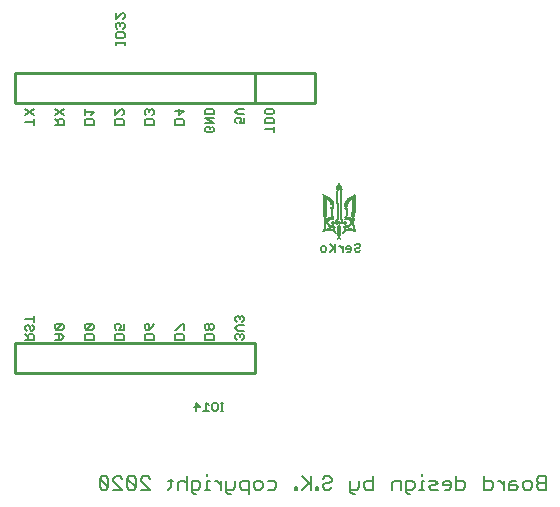
<source format=gbr>
G04 EAGLE Gerber RS-274X export*
G75*
%MOMM*%
%FSLAX34Y34*%
%LPD*%
%INSilkscreen Bottom*%
%IPPOS*%
%AMOC8*
5,1,8,0,0,1.08239X$1,22.5*%
G01*
%ADD10C,0.127000*%
%ADD11C,0.254000*%
%ADD12C,0.152400*%
%ADD13R,0.030600X0.015309*%
%ADD14R,0.015300X0.015309*%
%ADD15R,0.061200X0.015300*%
%ADD16R,0.045900X0.015300*%
%ADD17R,0.061200X0.015309*%
%ADD18R,0.076500X0.015309*%
%ADD19R,0.091800X0.015300*%
%ADD20R,0.244900X0.015309*%
%ADD21R,0.229600X0.015313*%
%ADD22R,0.214300X0.015300*%
%ADD23R,0.214300X0.015309*%
%ADD24R,0.045900X0.015309*%
%ADD25R,0.122500X0.015300*%
%ADD26R,0.168400X0.015309*%
%ADD27R,0.260200X0.015309*%
%ADD28R,0.275500X0.015300*%
%ADD29R,0.306100X0.015309*%
%ADD30R,0.306100X0.015300*%
%ADD31R,0.321400X0.015313*%
%ADD32R,0.336700X0.015309*%
%ADD33R,0.336700X0.015300*%
%ADD34R,0.199000X0.015300*%
%ADD35R,0.091800X0.015309*%
%ADD36R,0.091900X0.015309*%
%ADD37R,0.137700X0.015300*%
%ADD38R,0.137800X0.015300*%
%ADD39R,0.153000X0.015309*%
%ADD40R,0.168300X0.015300*%
%ADD41R,0.290800X0.015300*%
%ADD42R,0.183600X0.015309*%
%ADD43R,0.290800X0.015309*%
%ADD44R,0.198900X0.015309*%
%ADD45R,0.229600X0.015300*%
%ADD46R,0.214200X0.015300*%
%ADD47R,0.214200X0.015313*%
%ADD48R,0.199000X0.015309*%
%ADD49R,0.107100X0.015309*%
%ADD50R,0.183700X0.015309*%
%ADD51R,0.168400X0.015300*%
%ADD52R,0.229600X0.015309*%
%ADD53R,0.979600X0.015300*%
%ADD54R,0.964300X0.015313*%
%ADD55R,0.949000X0.015300*%
%ADD56R,0.949000X0.015309*%
%ADD57R,0.933700X0.015309*%
%ADD58R,0.933700X0.015300*%
%ADD59R,0.367300X0.015300*%
%ADD60R,0.382600X0.015309*%
%ADD61R,0.918400X0.015300*%
%ADD62R,0.382600X0.015300*%
%ADD63R,0.918400X0.015309*%
%ADD64R,0.933700X0.015313*%
%ADD65R,0.382600X0.015313*%
%ADD66R,0.918400X0.015313*%
%ADD67R,0.719400X0.015300*%
%ADD68R,0.183700X0.015300*%
%ADD69R,0.734700X0.015300*%
%ADD70R,0.352100X0.015309*%
%ADD71R,0.382700X0.015309*%
%ADD72R,0.153000X0.015300*%
%ADD73R,0.107200X0.015309*%
%ADD74R,0.183700X0.015313*%
%ADD75R,0.336700X0.015313*%
%ADD76R,0.367400X0.015300*%
%ADD77R,0.413300X0.015309*%
%ADD78R,0.413200X0.015309*%
%ADD79R,0.459200X0.015300*%
%ADD80R,0.489800X0.015309*%
%ADD81R,0.474500X0.015309*%
%ADD82R,0.505100X0.015300*%
%ADD83R,0.505100X0.015309*%
%ADD84R,0.520400X0.015309*%
%ADD85R,0.505100X0.015313*%
%ADD86R,0.061200X0.015313*%
%ADD87R,0.168400X0.015313*%
%ADD88R,0.198900X0.015300*%
%ADD89R,0.199000X0.015313*%
%ADD90R,0.122500X0.015309*%
%ADD91R,0.688800X0.015300*%
%ADD92R,0.153100X0.015300*%
%ADD93R,0.704100X0.015309*%
%ADD94R,0.734700X0.015309*%
%ADD95R,1.025500X0.015300*%
%ADD96R,1.346900X0.015313*%
%ADD97R,0.398000X0.015300*%
%ADD98R,1.346900X0.015300*%
%ADD99R,0.382700X0.015300*%
%ADD100R,0.398000X0.015309*%
%ADD101R,1.346900X0.015309*%
%ADD102R,0.244900X0.015300*%
%ADD103R,0.688800X0.015309*%
%ADD104R,0.107200X0.015300*%
%ADD105R,0.398000X0.015313*%
%ADD106R,0.030600X0.015313*%
%ADD107R,0.382700X0.015313*%
%ADD108R,0.413300X0.015300*%
%ADD109R,0.030600X0.015300*%
%ADD110R,0.015300X0.015300*%
%ADD111R,0.061300X0.015309*%
%ADD112R,0.428600X0.015300*%
%ADD113R,0.076600X0.015300*%
%ADD114R,0.443900X0.015309*%
%ADD115R,0.428600X0.015309*%
%ADD116R,0.443900X0.015313*%
%ADD117R,0.107200X0.015313*%
%ADD118R,0.091800X0.015313*%
%ADD119R,0.107100X0.015300*%
%ADD120R,0.122400X0.015309*%
%ADD121R,0.489800X0.015300*%
%ADD122R,0.122400X0.015300*%
%ADD123R,0.137700X0.015309*%
%ADD124R,0.551000X0.015309*%
%ADD125R,0.535800X0.015309*%
%ADD126R,0.581700X0.015300*%
%ADD127R,0.061300X0.015300*%
%ADD128R,0.811300X0.015309*%
%ADD129R,0.826600X0.015309*%
%ADD130R,0.811300X0.015313*%
%ADD131R,0.137700X0.015313*%
%ADD132R,0.122400X0.015313*%
%ADD133R,0.826600X0.015313*%
%ADD134R,0.826600X0.015300*%
%ADD135R,0.566400X0.015300*%
%ADD136R,0.551100X0.015309*%
%ADD137R,0.520500X0.015309*%
%ADD138R,0.459200X0.015309*%
%ADD139R,0.443900X0.015300*%
%ADD140R,0.244900X0.015313*%
%ADD141R,0.153000X0.015313*%
%ADD142R,0.214300X0.015313*%
%ADD143R,0.137800X0.015313*%
%ADD144R,0.260200X0.015300*%
%ADD145R,0.168300X0.015309*%
%ADD146R,0.260200X0.015313*%
%ADD147R,0.183600X0.015313*%
%ADD148R,0.168300X0.015313*%
%ADD149R,0.183600X0.015300*%
%ADD150R,0.275500X0.015309*%
%ADD151R,0.275500X0.015313*%
%ADD152R,0.290800X0.015313*%
%ADD153R,0.214200X0.015309*%
%ADD154R,0.229500X0.015309*%
%ADD155R,0.229500X0.015300*%
%ADD156R,0.306100X0.015313*%
%ADD157R,0.275600X0.015309*%
%ADD158R,0.260300X0.015300*%
%ADD159R,0.260300X0.015309*%
%ADD160R,0.275600X0.015300*%
%ADD161R,0.198900X0.015313*%
%ADD162R,0.290900X0.015309*%
%ADD163R,0.321400X0.015300*%
%ADD164R,0.321400X0.015309*%
%ADD165R,0.352000X0.015300*%
%ADD166R,0.352000X0.015309*%
%ADD167R,0.367400X0.015313*%
%ADD168R,0.673500X0.015300*%
%ADD169R,0.658200X0.015309*%
%ADD170R,0.642900X0.015309*%
%ADD171R,0.627600X0.015300*%
%ADD172R,0.612300X0.015300*%
%ADD173R,0.596900X0.015309*%
%ADD174R,0.597000X0.015309*%
%ADD175R,0.581600X0.015300*%
%ADD176R,0.566300X0.015300*%
%ADD177R,0.566300X0.015313*%
%ADD178R,0.551000X0.015313*%
%ADD179R,0.535700X0.015309*%
%ADD180R,0.352100X0.015300*%
%ADD181R,0.153100X0.015309*%
%ADD182R,0.107100X0.015313*%
%ADD183R,0.260300X0.015313*%
%ADD184R,0.551100X0.015300*%
%ADD185R,0.551100X0.015313*%
%ADD186R,0.535800X0.015300*%
%ADD187R,0.443800X0.015300*%
%ADD188R,0.428500X0.015313*%
%ADD189R,0.397900X0.015300*%
%ADD190R,0.367300X0.015309*%
%ADD191R,0.076600X0.015313*%


D10*
X24257Y132245D02*
X31121Y132245D01*
X31121Y135677D01*
X29977Y136821D01*
X27689Y136821D01*
X26545Y135677D01*
X26545Y132245D01*
X26545Y134533D02*
X24257Y136821D01*
X31121Y143161D02*
X29977Y144305D01*
X31121Y143161D02*
X31121Y140873D01*
X29977Y139729D01*
X28833Y139729D01*
X27689Y140873D01*
X27689Y143161D01*
X26545Y144305D01*
X25401Y144305D01*
X24257Y143161D01*
X24257Y140873D01*
X25401Y139729D01*
X24257Y149501D02*
X31121Y149501D01*
X31121Y147213D02*
X31121Y151789D01*
X99695Y132245D02*
X107322Y132245D01*
X99695Y132245D02*
X99695Y136058D01*
X100966Y137329D01*
X106050Y137329D01*
X107322Y136058D01*
X107322Y132245D01*
X107322Y140431D02*
X107322Y145515D01*
X107322Y140431D02*
X103508Y140431D01*
X104779Y142973D01*
X104779Y144244D01*
X103508Y145515D01*
X100966Y145515D01*
X99695Y144244D01*
X99695Y141702D01*
X100966Y140431D01*
X125095Y132245D02*
X132722Y132245D01*
X125095Y132245D02*
X125095Y136058D01*
X126366Y137329D01*
X131450Y137329D01*
X132722Y136058D01*
X132722Y132245D01*
X131450Y142973D02*
X132722Y145515D01*
X131450Y142973D02*
X128908Y140431D01*
X126366Y140431D01*
X125095Y141702D01*
X125095Y144244D01*
X126366Y145515D01*
X127637Y145515D01*
X128908Y144244D01*
X128908Y140431D01*
X53979Y132245D02*
X48895Y132245D01*
X53979Y132245D02*
X56522Y134787D01*
X53979Y137329D01*
X48895Y137329D01*
X52708Y137329D02*
X52708Y132245D01*
X50166Y140431D02*
X55250Y140431D01*
X56522Y141702D01*
X56522Y144244D01*
X55250Y145515D01*
X50166Y145515D01*
X48895Y144244D01*
X48895Y141702D01*
X50166Y140431D01*
X55250Y145515D01*
X207777Y132245D02*
X208921Y133389D01*
X208921Y135677D01*
X207777Y136821D01*
X206633Y136821D01*
X205489Y135677D01*
X205489Y134533D01*
X205489Y135677D02*
X204345Y136821D01*
X203201Y136821D01*
X202057Y135677D01*
X202057Y133389D01*
X203201Y132245D01*
X204345Y139729D02*
X208921Y139729D01*
X204345Y139729D02*
X202057Y142017D01*
X204345Y144305D01*
X208921Y144305D01*
X207777Y147213D02*
X208921Y148357D01*
X208921Y150645D01*
X207777Y151789D01*
X206633Y151789D01*
X205489Y150645D01*
X205489Y149501D01*
X205489Y150645D02*
X204345Y151789D01*
X203201Y151789D01*
X202057Y150645D01*
X202057Y148357D01*
X203201Y147213D01*
X183522Y132245D02*
X175895Y132245D01*
X175895Y136058D01*
X177166Y137329D01*
X182250Y137329D01*
X183522Y136058D01*
X183522Y132245D01*
X182250Y140431D02*
X183522Y141702D01*
X183522Y144244D01*
X182250Y145515D01*
X180979Y145515D01*
X179708Y144244D01*
X178437Y145515D01*
X177166Y145515D01*
X175895Y144244D01*
X175895Y141702D01*
X177166Y140431D01*
X178437Y140431D01*
X179708Y141702D01*
X180979Y140431D01*
X182250Y140431D01*
X179708Y141702D02*
X179708Y144244D01*
X158122Y132245D02*
X150495Y132245D01*
X150495Y136058D01*
X151766Y137329D01*
X156850Y137329D01*
X158122Y136058D01*
X158122Y132245D01*
X158122Y140431D02*
X158122Y145515D01*
X156850Y145515D01*
X151766Y140431D01*
X150495Y140431D01*
X81922Y132245D02*
X74295Y132245D01*
X74295Y136058D01*
X75566Y137329D01*
X80650Y137329D01*
X81922Y136058D01*
X81922Y132245D01*
X80650Y140431D02*
X75566Y140431D01*
X80650Y140431D02*
X81922Y141702D01*
X81922Y144244D01*
X80650Y145515D01*
X75566Y145515D01*
X74295Y144244D01*
X74295Y141702D01*
X75566Y140431D01*
X80650Y145515D01*
X150495Y313993D02*
X158122Y313993D01*
X150495Y313993D02*
X150495Y317807D01*
X151766Y319078D01*
X156850Y319078D01*
X158122Y317807D01*
X158122Y313993D01*
X158122Y325992D02*
X150495Y325992D01*
X154308Y322179D02*
X158122Y325992D01*
X154308Y327264D02*
X154308Y322179D01*
X107322Y313993D02*
X99695Y313993D01*
X99695Y317807D01*
X100966Y319078D01*
X106050Y319078D01*
X107322Y317807D01*
X107322Y313993D01*
X99695Y322179D02*
X99695Y327264D01*
X104779Y327264D02*
X99695Y322179D01*
X104779Y327264D02*
X106050Y327264D01*
X107322Y325992D01*
X107322Y323450D01*
X106050Y322179D01*
X81922Y313993D02*
X74295Y313993D01*
X74295Y317807D01*
X75566Y319078D01*
X80650Y319078D01*
X81922Y317807D01*
X81922Y313993D01*
X79379Y322179D02*
X81922Y324721D01*
X74295Y324721D01*
X74295Y322179D02*
X74295Y327264D01*
X56522Y313993D02*
X48895Y313993D01*
X56522Y313993D02*
X56522Y317807D01*
X55250Y319078D01*
X52708Y319078D01*
X51437Y317807D01*
X51437Y313993D01*
X51437Y316536D02*
X48895Y319078D01*
X48895Y327264D02*
X56522Y322179D01*
X56522Y327264D02*
X48895Y322179D01*
X31122Y316536D02*
X23495Y316536D01*
X31122Y313993D02*
X31122Y319078D01*
X31122Y322179D02*
X23495Y327264D01*
X23495Y322179D02*
X31122Y327264D01*
X125095Y313993D02*
X132722Y313993D01*
X125095Y313993D02*
X125095Y317807D01*
X126366Y319078D01*
X131450Y319078D01*
X132722Y317807D01*
X132722Y313993D01*
X131450Y322179D02*
X132722Y323450D01*
X132722Y325992D01*
X131450Y327264D01*
X130179Y327264D01*
X128908Y325992D01*
X128908Y324721D01*
X128908Y325992D02*
X127637Y327264D01*
X126366Y327264D01*
X125095Y325992D01*
X125095Y323450D01*
X126366Y322179D01*
X182377Y312488D02*
X183521Y311344D01*
X183521Y309057D01*
X182377Y307913D01*
X177801Y307913D01*
X176657Y309057D01*
X176657Y311344D01*
X177801Y312488D01*
X180089Y312488D01*
X180089Y310200D01*
X176657Y315397D02*
X183521Y315397D01*
X176657Y319973D01*
X183521Y319973D01*
X183521Y322881D02*
X176657Y322881D01*
X176657Y326313D01*
X177801Y327457D01*
X182377Y327457D01*
X183521Y326313D01*
X183521Y322881D01*
X208921Y319973D02*
X208921Y315397D01*
X205489Y315397D01*
X206633Y317685D01*
X206633Y318829D01*
X205489Y319973D01*
X203201Y319973D01*
X202057Y318829D01*
X202057Y316541D01*
X203201Y315397D01*
X204345Y322881D02*
X208921Y322881D01*
X204345Y322881D02*
X202057Y325169D01*
X204345Y327457D01*
X208921Y327457D01*
D11*
X15240Y129070D02*
X15240Y103670D01*
X15240Y129070D02*
X218440Y129070D01*
X218440Y103670D01*
X15240Y103670D01*
X15240Y332270D02*
X15240Y357670D01*
X218440Y357670D01*
X269240Y357670D01*
X269240Y332270D01*
X218440Y332270D01*
X15240Y332270D01*
D12*
X464740Y16348D02*
X464740Y5162D01*
X464740Y16348D02*
X459147Y16348D01*
X457283Y14483D01*
X457283Y12619D01*
X459147Y10755D01*
X457283Y8891D01*
X457283Y7026D01*
X459147Y5162D01*
X464740Y5162D01*
X464740Y10755D02*
X459147Y10755D01*
X451182Y5162D02*
X447453Y5162D01*
X445589Y7026D01*
X445589Y10755D01*
X447453Y12619D01*
X451182Y12619D01*
X453046Y10755D01*
X453046Y7026D01*
X451182Y5162D01*
X439488Y12619D02*
X435759Y12619D01*
X433895Y10755D01*
X433895Y5162D01*
X439488Y5162D01*
X441352Y7026D01*
X439488Y8891D01*
X433895Y8891D01*
X429658Y12619D02*
X429658Y5162D01*
X429658Y8891D02*
X425930Y12619D01*
X424065Y12619D01*
X412456Y16348D02*
X412456Y5162D01*
X418049Y5162D01*
X419913Y7026D01*
X419913Y10755D01*
X418049Y12619D01*
X412456Y12619D01*
X389068Y16348D02*
X389068Y5162D01*
X394661Y5162D01*
X396525Y7026D01*
X396525Y10755D01*
X394661Y12619D01*
X389068Y12619D01*
X382967Y5162D02*
X379238Y5162D01*
X382967Y5162D02*
X384831Y7026D01*
X384831Y10755D01*
X382967Y12619D01*
X379238Y12619D01*
X377374Y10755D01*
X377374Y8891D01*
X384831Y8891D01*
X373137Y5162D02*
X367544Y5162D01*
X365680Y7026D01*
X367544Y8891D01*
X371273Y8891D01*
X373137Y10755D01*
X371273Y12619D01*
X365680Y12619D01*
X361443Y12619D02*
X359579Y12619D01*
X359579Y5162D01*
X361443Y5162D02*
X357715Y5162D01*
X359579Y16348D02*
X359579Y18212D01*
X349919Y1434D02*
X348054Y1434D01*
X346190Y3298D01*
X346190Y12619D01*
X351783Y12619D01*
X353647Y10755D01*
X353647Y7026D01*
X351783Y5162D01*
X346190Y5162D01*
X341953Y5162D02*
X341953Y12619D01*
X336361Y12619D01*
X334496Y10755D01*
X334496Y5162D01*
X318565Y5162D02*
X318565Y16348D01*
X318565Y5162D02*
X312973Y5162D01*
X311108Y7026D01*
X311108Y10755D01*
X312973Y12619D01*
X318565Y12619D01*
X306871Y12619D02*
X306871Y7026D01*
X305007Y5162D01*
X299414Y5162D01*
X299414Y3298D02*
X299414Y12619D01*
X299414Y3298D02*
X301279Y1434D01*
X303143Y1434D01*
X277891Y16348D02*
X276026Y14483D01*
X277891Y16348D02*
X281619Y16348D01*
X283483Y14483D01*
X283483Y12619D01*
X281619Y10755D01*
X277891Y10755D01*
X276026Y8891D01*
X276026Y7026D01*
X277891Y5162D01*
X281619Y5162D01*
X283483Y7026D01*
X271789Y7026D02*
X271789Y5162D01*
X271789Y7026D02*
X269925Y7026D01*
X269925Y5162D01*
X271789Y5162D01*
X265942Y5162D02*
X265942Y16348D01*
X265942Y8891D02*
X258485Y16348D01*
X264078Y10755D02*
X258485Y5162D01*
X254249Y5162D02*
X254249Y7026D01*
X252384Y7026D01*
X252384Y5162D01*
X254249Y5162D01*
X234843Y12619D02*
X229251Y12619D01*
X234843Y12619D02*
X236708Y10755D01*
X236708Y7026D01*
X234843Y5162D01*
X229251Y5162D01*
X223149Y5162D02*
X219421Y5162D01*
X217557Y7026D01*
X217557Y10755D01*
X219421Y12619D01*
X223149Y12619D01*
X225014Y10755D01*
X225014Y7026D01*
X223149Y5162D01*
X213320Y1434D02*
X213320Y12619D01*
X207727Y12619D01*
X205863Y10755D01*
X205863Y7026D01*
X207727Y5162D01*
X213320Y5162D01*
X201626Y7026D02*
X201626Y12619D01*
X201626Y7026D02*
X199761Y5162D01*
X194169Y5162D01*
X194169Y3298D02*
X194169Y12619D01*
X194169Y3298D02*
X196033Y1434D01*
X197897Y1434D01*
X189932Y5162D02*
X189932Y12619D01*
X189932Y8891D02*
X186203Y12619D01*
X184339Y12619D01*
X180187Y12619D02*
X178322Y12619D01*
X178322Y5162D01*
X176458Y5162D02*
X180187Y5162D01*
X178322Y16348D02*
X178322Y18212D01*
X168662Y1434D02*
X166798Y1434D01*
X164934Y3298D01*
X164934Y12619D01*
X170527Y12619D01*
X172391Y10755D01*
X172391Y7026D01*
X170527Y5162D01*
X164934Y5162D01*
X160697Y5162D02*
X160697Y16348D01*
X158833Y12619D02*
X160697Y10755D01*
X158833Y12619D02*
X155104Y12619D01*
X153240Y10755D01*
X153240Y5162D01*
X147139Y7026D02*
X147139Y14483D01*
X147139Y7026D02*
X145274Y5162D01*
X145274Y12619D02*
X149003Y12619D01*
X129513Y5162D02*
X122056Y5162D01*
X129513Y5162D02*
X122056Y12619D01*
X122056Y14483D01*
X123920Y16348D01*
X127649Y16348D01*
X129513Y14483D01*
X117819Y14483D02*
X117819Y7026D01*
X117819Y14483D02*
X115955Y16348D01*
X112226Y16348D01*
X110362Y14483D01*
X110362Y7026D01*
X112226Y5162D01*
X115955Y5162D01*
X117819Y7026D01*
X110362Y14483D01*
X106125Y5162D02*
X98668Y5162D01*
X106125Y5162D02*
X98668Y12619D01*
X98668Y14483D01*
X100532Y16348D01*
X104261Y16348D01*
X106125Y14483D01*
X94431Y14483D02*
X94431Y7026D01*
X94431Y14483D02*
X92567Y16348D01*
X88838Y16348D01*
X86974Y14483D01*
X86974Y7026D01*
X88838Y5162D01*
X92567Y5162D01*
X94431Y7026D01*
X86974Y14483D01*
D11*
X218440Y332270D02*
X218440Y357670D01*
D10*
X227457Y310200D02*
X234321Y310200D01*
X234321Y307913D02*
X234321Y312488D01*
X234321Y315397D02*
X227457Y315397D01*
X227457Y318829D01*
X228601Y319973D01*
X233177Y319973D01*
X234321Y318829D01*
X234321Y315397D01*
X234321Y324025D02*
X234321Y326313D01*
X234321Y324025D02*
X233177Y322881D01*
X228601Y322881D01*
X227457Y324025D01*
X227457Y326313D01*
X228601Y327457D01*
X233177Y327457D01*
X234321Y326313D01*
X100485Y381905D02*
X100485Y384447D01*
X100485Y383176D02*
X108112Y383176D01*
X108112Y381905D02*
X108112Y384447D01*
X108112Y388633D02*
X108112Y391175D01*
X108112Y388633D02*
X106840Y387362D01*
X101756Y387362D01*
X100485Y388633D01*
X100485Y391175D01*
X101756Y392447D01*
X106840Y392447D01*
X108112Y391175D01*
X106840Y395548D02*
X108112Y396819D01*
X108112Y399361D01*
X106840Y400632D01*
X105569Y400632D01*
X104298Y399361D01*
X104298Y398090D01*
X104298Y399361D02*
X103027Y400632D01*
X101756Y400632D01*
X100485Y399361D01*
X100485Y396819D01*
X101756Y395548D01*
X100485Y403734D02*
X100485Y408818D01*
X100485Y403734D02*
X105569Y408818D01*
X106840Y408818D01*
X108112Y407547D01*
X108112Y405005D01*
X106840Y403734D01*
X189589Y71957D02*
X191877Y71957D01*
X190733Y71957D02*
X190733Y78821D01*
X191877Y78821D02*
X189589Y78821D01*
X185744Y78821D02*
X183456Y78821D01*
X185744Y78821D02*
X186887Y77677D01*
X186887Y73101D01*
X185744Y71957D01*
X183456Y71957D01*
X182312Y73101D01*
X182312Y77677D01*
X183456Y78821D01*
X179403Y76533D02*
X177115Y78821D01*
X177115Y71957D01*
X179403Y71957D02*
X174827Y71957D01*
X168487Y71957D02*
X168487Y78821D01*
X171919Y75389D01*
X167343Y75389D01*
X303133Y212377D02*
X304277Y213521D01*
X306564Y213521D01*
X307708Y212377D01*
X307708Y211233D01*
X306564Y210089D01*
X304277Y210089D01*
X303133Y208945D01*
X303133Y207801D01*
X304277Y206657D01*
X306564Y206657D01*
X307708Y207801D01*
X299080Y206657D02*
X296792Y206657D01*
X299080Y206657D02*
X300224Y207801D01*
X300224Y210089D01*
X299080Y211233D01*
X296792Y211233D01*
X295648Y210089D01*
X295648Y208945D01*
X300224Y208945D01*
X292740Y206657D02*
X292740Y211233D01*
X292740Y208945D02*
X290452Y211233D01*
X289308Y211233D01*
X286503Y213521D02*
X286503Y206657D01*
X286503Y208945D02*
X281927Y213521D01*
X285359Y210089D02*
X281927Y206657D01*
X277875Y206657D02*
X275587Y206657D01*
X274443Y207801D01*
X274443Y210089D01*
X275587Y211233D01*
X277875Y211233D01*
X279019Y210089D01*
X279019Y207801D01*
X277875Y206657D01*
D13*
X291254Y216818D03*
D14*
X288729Y216818D03*
D13*
X291254Y216971D03*
X288805Y216971D03*
D15*
X291101Y217125D03*
D16*
X288882Y217125D03*
D17*
X290948Y217278D03*
D18*
X289035Y217278D03*
D19*
X290795Y217431D03*
X289264Y217431D03*
D20*
X290030Y217584D03*
D21*
X289953Y217737D03*
D22*
X290030Y217890D03*
D23*
X290030Y218043D03*
D22*
X290030Y218196D03*
D17*
X290642Y218349D03*
D24*
X289341Y218349D03*
D25*
X290030Y219114D03*
D26*
X289953Y219267D03*
D22*
X290030Y219420D03*
D20*
X290030Y219573D03*
D27*
X289953Y219727D03*
D28*
X290030Y219880D03*
D29*
X290030Y220033D03*
D30*
X290030Y220186D03*
D31*
X289953Y220339D03*
D32*
X290030Y220492D03*
D33*
X290030Y220645D03*
D32*
X290030Y220798D03*
X290030Y220951D03*
D33*
X290030Y221104D03*
D29*
X290030Y221257D03*
D34*
X289953Y221410D03*
D35*
X293091Y221716D03*
D36*
X286969Y221716D03*
D37*
X293321Y221869D03*
D38*
X286739Y221869D03*
D39*
X293397Y222022D03*
X286509Y222022D03*
D40*
X293627Y222176D03*
D41*
X289953Y222176D03*
D40*
X286433Y222176D03*
D42*
X293703Y222329D03*
D43*
X289953Y222329D03*
D42*
X286356Y222329D03*
D44*
X293780Y222482D03*
D29*
X290030Y222482D03*
D44*
X286280Y222482D03*
D22*
X293857Y222635D03*
D45*
X289953Y222635D03*
D46*
X286203Y222635D03*
D21*
X293933Y222788D03*
D47*
X286050Y222788D03*
D22*
X294010Y222941D03*
D46*
X285897Y222941D03*
D24*
X303882Y223094D03*
D48*
X294239Y223094D03*
X285667Y223094D03*
D24*
X276025Y223094D03*
D49*
X303576Y223247D03*
D50*
X294469Y223247D03*
X285591Y223247D03*
D35*
X276407Y223247D03*
D40*
X303270Y223400D03*
D51*
X294698Y223400D03*
D33*
X290030Y223400D03*
D51*
X285361Y223400D03*
X276790Y223400D03*
D52*
X302810Y223553D03*
D26*
X294851Y223553D03*
D32*
X290030Y223553D03*
D50*
X285132Y223553D03*
D20*
X277173Y223553D03*
D32*
X302275Y223706D03*
D52*
X295157Y223706D03*
D32*
X290030Y223706D03*
D48*
X284902Y223706D03*
D32*
X277785Y223706D03*
D53*
X299060Y223859D03*
D33*
X290030Y223859D03*
D53*
X280999Y223859D03*
D54*
X298984Y224012D03*
X280923Y224012D03*
D55*
X299060Y224165D03*
X280999Y224165D03*
D56*
X299060Y224318D03*
X280999Y224318D03*
D57*
X298984Y224471D03*
D43*
X289953Y224471D03*
D56*
X280999Y224471D03*
D58*
X298984Y224625D03*
D59*
X290030Y224625D03*
D58*
X281076Y224625D03*
D57*
X298984Y224778D03*
D60*
X289953Y224778D03*
D57*
X281076Y224778D03*
D61*
X298907Y224931D03*
D62*
X289953Y224931D03*
D58*
X281076Y224931D03*
D63*
X298907Y225084D03*
D60*
X289953Y225084D03*
D57*
X281076Y225084D03*
D64*
X298831Y225237D03*
D65*
X289953Y225237D03*
D66*
X281152Y225237D03*
D67*
X299902Y225390D03*
D68*
X295081Y225390D03*
D41*
X289953Y225390D03*
D51*
X284902Y225390D03*
D69*
X280234Y225390D03*
D50*
X302581Y225543D03*
D70*
X298831Y225543D03*
D26*
X295004Y225543D03*
X285055Y225543D03*
D71*
X281076Y225543D03*
D50*
X277479Y225543D03*
D51*
X302504Y225696D03*
D37*
X298831Y225696D03*
D51*
X295004Y225696D03*
X285055Y225696D03*
D72*
X281152Y225696D03*
D68*
X277479Y225696D03*
D26*
X302504Y225849D03*
D50*
X294928Y225849D03*
D26*
X285055Y225849D03*
D50*
X277479Y225849D03*
X302428Y226002D03*
X294928Y226002D03*
D73*
X289800Y226002D03*
D50*
X285132Y226002D03*
X277632Y226002D03*
D68*
X302428Y226155D03*
D34*
X294851Y226155D03*
D33*
X290030Y226155D03*
D68*
X285132Y226155D03*
X277632Y226155D03*
D50*
X302428Y226308D03*
D48*
X294851Y226308D03*
D32*
X290030Y226308D03*
D23*
X285132Y226308D03*
D50*
X277632Y226308D03*
D74*
X302275Y226461D03*
D31*
X295310Y226461D03*
D75*
X290030Y226461D03*
D31*
X284749Y226461D03*
D74*
X277632Y226461D03*
D68*
X302275Y226614D03*
D76*
X295540Y226614D03*
D33*
X290030Y226614D03*
D59*
X284520Y226614D03*
D68*
X277632Y226614D03*
D50*
X302275Y226767D03*
D77*
X295617Y226767D03*
D78*
X284443Y226767D03*
D26*
X277708Y226767D03*
D68*
X302275Y226920D03*
D79*
X295693Y226920D03*
X284213Y226920D03*
D68*
X277785Y226920D03*
D50*
X302275Y227073D03*
D80*
X295846Y227073D03*
D81*
X284137Y227073D03*
D50*
X277785Y227073D03*
X302275Y227227D03*
D80*
X295999Y227227D03*
D27*
X289953Y227227D03*
D80*
X283907Y227227D03*
D50*
X277785Y227227D03*
D68*
X302122Y227380D03*
D82*
X296229Y227380D03*
D41*
X289953Y227380D03*
D82*
X283831Y227380D03*
D68*
X277785Y227380D03*
D50*
X302122Y227533D03*
D83*
X296382Y227533D03*
D43*
X289953Y227533D03*
D84*
X283601Y227533D03*
D50*
X277785Y227533D03*
D68*
X302122Y227686D03*
D82*
X296535Y227686D03*
D41*
X289953Y227686D03*
D82*
X283372Y227686D03*
D68*
X277785Y227686D03*
D74*
X302122Y227839D03*
D85*
X296688Y227839D03*
D86*
X290336Y227839D03*
X289417Y227839D03*
D85*
X283219Y227839D03*
D87*
X277861Y227839D03*
D50*
X302122Y227992D03*
D80*
X296917Y227992D03*
D83*
X283066Y227992D03*
D50*
X277938Y227992D03*
D68*
X302122Y228145D03*
D41*
X298065Y228145D03*
D30*
X281918Y228145D03*
D68*
X277938Y228145D03*
D50*
X302122Y228298D03*
D27*
X298371Y228298D03*
X281688Y228298D03*
D50*
X277938Y228298D03*
X302122Y228451D03*
D20*
X298602Y228451D03*
D23*
X290030Y228451D03*
D20*
X281459Y228451D03*
D50*
X277938Y228451D03*
D68*
X302122Y228604D03*
D45*
X298831Y228604D03*
D22*
X290030Y228604D03*
D45*
X281229Y228604D03*
D68*
X277938Y228604D03*
D50*
X301969Y228757D03*
D23*
X298908Y228757D03*
X290030Y228757D03*
D44*
X281076Y228757D03*
D50*
X277938Y228757D03*
D68*
X301969Y228910D03*
D22*
X299061Y228910D03*
D88*
X280923Y228910D03*
D68*
X277938Y228910D03*
D74*
X301969Y229063D03*
D89*
X299137Y229063D03*
X280769Y229063D03*
D74*
X277938Y229063D03*
D50*
X301969Y229216D03*
D48*
X299290Y229216D03*
D50*
X280693Y229216D03*
X277938Y229216D03*
D68*
X301969Y229369D03*
X299367Y229369D03*
D34*
X280616Y229369D03*
D68*
X277938Y229369D03*
D50*
X301969Y229522D03*
X299520Y229522D03*
D90*
X295081Y229522D03*
D18*
X290719Y229522D03*
D24*
X288882Y229522D03*
D17*
X288193Y229522D03*
D73*
X284902Y229522D03*
D50*
X280540Y229522D03*
X277938Y229522D03*
D68*
X301969Y229676D03*
X299520Y229676D03*
D51*
X295157Y229676D03*
D91*
X289953Y229676D03*
D92*
X284826Y229676D03*
D51*
X280463Y229676D03*
D34*
X278014Y229676D03*
D50*
X301969Y229829D03*
D26*
X299596Y229829D03*
D23*
X295234Y229829D03*
D93*
X290030Y229829D03*
D48*
X284749Y229829D03*
D50*
X280387Y229829D03*
X278091Y229829D03*
X301969Y229982D03*
X299673Y229982D03*
D20*
X295234Y229982D03*
D94*
X290030Y229982D03*
D20*
X284673Y229982D03*
D26*
X280310Y229982D03*
D50*
X278091Y229982D03*
D68*
X301969Y230135D03*
X299673Y230135D03*
D95*
X291484Y230135D03*
D28*
X284673Y230135D03*
D68*
X280234Y230135D03*
X278091Y230135D03*
D74*
X301969Y230288D03*
X299826Y230288D03*
D96*
X290030Y230288D03*
D74*
X280234Y230288D03*
X278091Y230288D03*
D97*
X300897Y230441D03*
D98*
X290030Y230441D03*
D99*
X279086Y230441D03*
D100*
X300897Y230594D03*
D101*
X290030Y230594D03*
D71*
X279086Y230594D03*
D100*
X300897Y230747D03*
D101*
X290030Y230747D03*
D71*
X279086Y230747D03*
D97*
X300897Y230900D03*
D102*
X295234Y230900D03*
D69*
X290030Y230900D03*
D102*
X284673Y230900D03*
D99*
X279086Y230900D03*
D100*
X300897Y231053D03*
D48*
X295310Y231053D03*
D93*
X290030Y231053D03*
D48*
X284749Y231053D03*
D71*
X279086Y231053D03*
D100*
X300897Y231206D03*
D26*
X295157Y231206D03*
D103*
X289953Y231206D03*
D26*
X284749Y231206D03*
D71*
X279086Y231206D03*
D97*
X300897Y231359D03*
D38*
X295157Y231359D03*
D104*
X292402Y231359D03*
D28*
X288959Y231359D03*
D38*
X284902Y231359D03*
D99*
X279086Y231359D03*
D105*
X300897Y231512D03*
D106*
X285132Y231512D03*
D107*
X279086Y231512D03*
D97*
X300897Y231665D03*
X279162Y231665D03*
D100*
X300897Y231818D03*
X279162Y231818D03*
D77*
X300821Y231971D03*
D100*
X279162Y231971D03*
D108*
X300821Y232125D03*
D109*
X292785Y232125D03*
D110*
X287198Y232125D03*
D108*
X279239Y232125D03*
D77*
X300821Y232278D03*
D17*
X292632Y232278D03*
D111*
X287428Y232278D03*
D77*
X279239Y232278D03*
D112*
X300744Y232431D03*
D113*
X292402Y232431D03*
X287657Y232431D03*
D112*
X279315Y232431D03*
D114*
X300668Y232584D03*
D73*
X292249Y232584D03*
D36*
X287734Y232584D03*
D115*
X279315Y232584D03*
D116*
X300668Y232737D03*
D117*
X292096Y232737D03*
D118*
X287887Y232737D03*
D116*
X279392Y232737D03*
D79*
X300591Y232890D03*
D104*
X291943Y232890D03*
D119*
X287964Y232890D03*
D79*
X279468Y232890D03*
D81*
X300515Y233043D03*
D73*
X291943Y233043D03*
D120*
X288040Y233043D03*
D81*
X279545Y233043D03*
D121*
X300438Y233196D03*
D25*
X291867Y233196D03*
D122*
X288193Y233196D03*
D121*
X279621Y233196D03*
D84*
X300285Y233349D03*
D90*
X291714Y233349D03*
D123*
X288270Y233349D03*
D83*
X279698Y233349D03*
D124*
X300132Y233502D03*
D90*
X291714Y233502D03*
D120*
X288346Y233502D03*
D125*
X279851Y233502D03*
D126*
X299979Y233655D03*
D127*
X295081Y233655D03*
D38*
X291637Y233655D03*
D37*
X288423Y233655D03*
D113*
X284902Y233655D03*
D126*
X280081Y233655D03*
D128*
X298831Y233808D03*
D120*
X291560Y233808D03*
X288499Y233808D03*
D129*
X281152Y233808D03*
D130*
X298831Y233961D03*
D131*
X291484Y233961D03*
D132*
X288499Y233961D03*
D133*
X281152Y233961D03*
D134*
X298754Y234114D03*
D37*
X291484Y234114D03*
D122*
X288499Y234114D03*
D134*
X281152Y234114D03*
D129*
X298754Y234267D03*
D123*
X291484Y234267D03*
X288576Y234267D03*
D129*
X281152Y234267D03*
D45*
X301739Y234420D03*
D135*
X297453Y234420D03*
D37*
X291484Y234420D03*
X288576Y234420D03*
D126*
X282530Y234420D03*
D102*
X278244Y234420D03*
D52*
X301739Y234573D03*
D136*
X297377Y234573D03*
D123*
X291484Y234573D03*
X288576Y234573D03*
D124*
X282683Y234573D03*
D52*
X278167Y234573D03*
X301739Y234727D03*
D137*
X297224Y234727D03*
D123*
X291484Y234727D03*
X288576Y234727D03*
D84*
X282836Y234727D03*
D52*
X278167Y234727D03*
D102*
X301816Y234880D03*
D121*
X297070Y234880D03*
D37*
X291484Y234880D03*
X288576Y234880D03*
D82*
X282913Y234880D03*
D45*
X278167Y234880D03*
D20*
X301816Y235033D03*
D138*
X296917Y235033D03*
D123*
X291484Y235033D03*
X288576Y235033D03*
D81*
X283066Y235033D03*
D52*
X278167Y235033D03*
D102*
X301816Y235186D03*
D112*
X296764Y235186D03*
D72*
X291407Y235186D03*
D37*
X288576Y235186D03*
D139*
X283219Y235186D03*
D45*
X278167Y235186D03*
D140*
X301816Y235339D03*
D107*
X296688Y235339D03*
D141*
X291407Y235339D03*
D131*
X288576Y235339D03*
D142*
X284214Y235339D03*
D143*
X282147Y235339D03*
D21*
X278167Y235339D03*
D20*
X301816Y235492D03*
D48*
X295769Y235492D03*
D39*
X291407Y235492D03*
D123*
X288576Y235492D03*
D48*
X284290Y235492D03*
D52*
X278167Y235492D03*
D102*
X301816Y235645D03*
D34*
X295769Y235645D03*
D72*
X291407Y235645D03*
D37*
X288576Y235645D03*
D68*
X284214Y235645D03*
D144*
X278167Y235645D03*
D20*
X301816Y235798D03*
D42*
X295846Y235798D03*
D39*
X291407Y235798D03*
D123*
X288576Y235798D03*
D26*
X284137Y235798D03*
D27*
X278167Y235798D03*
D20*
X301816Y235951D03*
D145*
X295923Y235951D03*
D39*
X291407Y235951D03*
D123*
X288576Y235951D03*
D50*
X284061Y235951D03*
D20*
X278091Y235951D03*
D102*
X301816Y236104D03*
D40*
X295923Y236104D03*
D72*
X291407Y236104D03*
D37*
X288576Y236104D03*
D68*
X284061Y236104D03*
D144*
X278167Y236104D03*
D27*
X301892Y236257D03*
D42*
X295999Y236257D03*
D39*
X291407Y236257D03*
D123*
X288576Y236257D03*
D26*
X283984Y236257D03*
D27*
X278167Y236257D03*
D144*
X301892Y236410D03*
D40*
X296076Y236410D03*
D72*
X291407Y236410D03*
D37*
X288576Y236410D03*
D68*
X283908Y236410D03*
D144*
X278167Y236410D03*
D146*
X301892Y236563D03*
D147*
X296152Y236563D03*
D141*
X291407Y236563D03*
D131*
X288576Y236563D03*
D148*
X283831Y236563D03*
D146*
X278167Y236563D03*
D27*
X301892Y236716D03*
D145*
X296229Y236716D03*
D39*
X291407Y236716D03*
D123*
X288576Y236716D03*
D42*
X283754Y236716D03*
D27*
X278167Y236716D03*
D144*
X301892Y236869D03*
D149*
X296305Y236869D03*
D72*
X291407Y236869D03*
D37*
X288576Y236869D03*
D40*
X283678Y236869D03*
D144*
X278167Y236869D03*
D27*
X301892Y237022D03*
D42*
X296305Y237022D03*
D39*
X291407Y237022D03*
D123*
X288576Y237022D03*
D42*
X283601Y237022D03*
D150*
X278091Y237022D03*
D144*
X301892Y237176D03*
D68*
X296459Y237176D03*
D72*
X291407Y237176D03*
D37*
X288576Y237176D03*
D149*
X283601Y237176D03*
D28*
X278091Y237176D03*
D27*
X301892Y237329D03*
D50*
X296459Y237329D03*
D39*
X291407Y237329D03*
D123*
X288576Y237329D03*
D42*
X283601Y237329D03*
D150*
X278091Y237329D03*
D27*
X301892Y237482D03*
D50*
X296459Y237482D03*
D39*
X291407Y237482D03*
D123*
X288576Y237482D03*
D44*
X283525Y237482D03*
D150*
X278091Y237482D03*
D28*
X301969Y237635D03*
D34*
X296535Y237635D03*
D72*
X291407Y237635D03*
D37*
X288576Y237635D03*
D149*
X283448Y237635D03*
D28*
X278091Y237635D03*
D151*
X301969Y237788D03*
D89*
X296535Y237788D03*
D141*
X291407Y237788D03*
D131*
X288576Y237788D03*
D147*
X283448Y237788D03*
D151*
X278091Y237788D03*
D28*
X301969Y237941D03*
D34*
X296535Y237941D03*
D72*
X291407Y237941D03*
D37*
X288576Y237941D03*
D149*
X283448Y237941D03*
D28*
X278091Y237941D03*
D150*
X301969Y238094D03*
D48*
X296535Y238094D03*
D39*
X291407Y238094D03*
D123*
X288576Y238094D03*
D42*
X283448Y238094D03*
D150*
X278091Y238094D03*
X301969Y238247D03*
D48*
X296535Y238247D03*
D39*
X291407Y238247D03*
D123*
X288576Y238247D03*
D44*
X283372Y238247D03*
D150*
X278091Y238247D03*
D28*
X301969Y238400D03*
D34*
X296535Y238400D03*
D72*
X291407Y238400D03*
D37*
X288576Y238400D03*
D88*
X283372Y238400D03*
D41*
X278014Y238400D03*
D150*
X301969Y238553D03*
D48*
X296535Y238553D03*
D39*
X291407Y238553D03*
D123*
X288576Y238553D03*
D44*
X283372Y238553D03*
D43*
X278014Y238553D03*
D150*
X301969Y238706D03*
D48*
X296535Y238706D03*
D39*
X291407Y238706D03*
X288652Y238706D03*
D44*
X283372Y238706D03*
D43*
X278014Y238706D03*
D28*
X301969Y238859D03*
D34*
X296535Y238859D03*
D72*
X291407Y238859D03*
X288652Y238859D03*
D46*
X283448Y238859D03*
D41*
X278014Y238859D03*
D151*
X301969Y239012D03*
D89*
X296535Y239012D03*
D141*
X291407Y239012D03*
D148*
X288576Y239012D03*
D47*
X283448Y239012D03*
D152*
X278014Y239012D03*
D41*
X302045Y239165D03*
D34*
X296535Y239165D03*
D72*
X291407Y239165D03*
D40*
X288576Y239165D03*
D46*
X283448Y239165D03*
D41*
X278014Y239165D03*
D43*
X302045Y239318D03*
D23*
X296459Y239318D03*
D39*
X291407Y239318D03*
D145*
X288576Y239318D03*
D153*
X283448Y239318D03*
D43*
X278014Y239318D03*
X302045Y239471D03*
D23*
X296459Y239471D03*
D39*
X291407Y239471D03*
D145*
X288576Y239471D03*
D153*
X283448Y239471D03*
D43*
X278014Y239471D03*
D41*
X302045Y239625D03*
D22*
X296459Y239625D03*
D72*
X291407Y239625D03*
D40*
X288576Y239625D03*
D46*
X283448Y239625D03*
D41*
X278014Y239625D03*
D43*
X302045Y239778D03*
D23*
X296459Y239778D03*
D39*
X291407Y239778D03*
D145*
X288576Y239778D03*
D154*
X283525Y239778D03*
D43*
X278014Y239778D03*
D41*
X302045Y239931D03*
D22*
X296459Y239931D03*
D72*
X291407Y239931D03*
D40*
X288576Y239931D03*
D155*
X283525Y239931D03*
D30*
X277938Y239931D03*
D43*
X302045Y240084D03*
D52*
X296382Y240084D03*
D39*
X291407Y240084D03*
D145*
X288576Y240084D03*
D154*
X283525Y240084D03*
D29*
X277938Y240084D03*
D152*
X302045Y240237D03*
D21*
X296382Y240237D03*
D141*
X291407Y240237D03*
D148*
X288576Y240237D03*
D47*
X283601Y240237D03*
D156*
X277938Y240237D03*
D41*
X302045Y240390D03*
D45*
X296382Y240390D03*
D72*
X291407Y240390D03*
D40*
X288576Y240390D03*
D45*
X283678Y240390D03*
D30*
X277938Y240390D03*
D43*
X302045Y240543D03*
D52*
X296382Y240543D03*
D39*
X291407Y240543D03*
D145*
X288576Y240543D03*
D52*
X283678Y240543D03*
D29*
X277938Y240543D03*
D41*
X302045Y240696D03*
D45*
X296382Y240696D03*
D51*
X291484Y240696D03*
D40*
X288576Y240696D03*
D45*
X283678Y240696D03*
D30*
X277938Y240696D03*
D29*
X302122Y240849D03*
D20*
X296306Y240849D03*
D26*
X291484Y240849D03*
D145*
X288576Y240849D03*
D52*
X283678Y240849D03*
D29*
X277938Y240849D03*
X302122Y241002D03*
D20*
X296306Y241002D03*
D26*
X291484Y241002D03*
D145*
X288576Y241002D03*
D20*
X283755Y241002D03*
D29*
X277938Y241002D03*
D30*
X302122Y241155D03*
D45*
X296229Y241155D03*
D51*
X291484Y241155D03*
D40*
X288576Y241155D03*
D102*
X283755Y241155D03*
D30*
X277938Y241155D03*
D29*
X302122Y241308D03*
D52*
X296229Y241308D03*
D26*
X291484Y241308D03*
D145*
X288576Y241308D03*
D20*
X283755Y241308D03*
D29*
X277938Y241308D03*
D156*
X302122Y241461D03*
D140*
X296153Y241461D03*
D87*
X291484Y241461D03*
D148*
X288576Y241461D03*
D140*
X283755Y241461D03*
D156*
X277938Y241461D03*
D30*
X302122Y241614D03*
D102*
X296153Y241614D03*
D51*
X291484Y241614D03*
D40*
X288576Y241614D03*
D45*
X283831Y241614D03*
D30*
X277938Y241614D03*
D29*
X302122Y241767D03*
D20*
X296153Y241767D03*
D26*
X291484Y241767D03*
D145*
X288576Y241767D03*
D20*
X283908Y241767D03*
D29*
X277938Y241767D03*
D30*
X302122Y241920D03*
D102*
X296153Y241920D03*
D51*
X291484Y241920D03*
D40*
X288576Y241920D03*
D102*
X283908Y241920D03*
D30*
X277938Y241920D03*
D29*
X302122Y242073D03*
D154*
X296076Y242073D03*
D26*
X291484Y242073D03*
D145*
X288576Y242073D03*
D20*
X283908Y242073D03*
D29*
X277938Y242073D03*
X302122Y242227D03*
D20*
X295999Y242227D03*
D26*
X291484Y242227D03*
D145*
X288576Y242227D03*
D20*
X283908Y242227D03*
D29*
X277938Y242227D03*
D30*
X302122Y242380D03*
D102*
X295999Y242380D03*
D51*
X291484Y242380D03*
D40*
X288576Y242380D03*
D102*
X283908Y242380D03*
D30*
X277938Y242380D03*
D29*
X302122Y242533D03*
D20*
X295999Y242533D03*
D26*
X291484Y242533D03*
D145*
X288576Y242533D03*
D27*
X283984Y242533D03*
D29*
X277938Y242533D03*
D30*
X302122Y242686D03*
D102*
X295999Y242686D03*
D51*
X291484Y242686D03*
D40*
X288576Y242686D03*
D102*
X284061Y242686D03*
D30*
X277938Y242686D03*
D156*
X302122Y242839D03*
D140*
X295999Y242839D03*
D87*
X291484Y242839D03*
D148*
X288576Y242839D03*
D140*
X284061Y242839D03*
D156*
X277938Y242839D03*
D29*
X302122Y242992D03*
D27*
X295922Y242992D03*
D26*
X291484Y242992D03*
D145*
X288576Y242992D03*
D20*
X284061Y242992D03*
D43*
X277861Y242992D03*
D30*
X302122Y243145D03*
D102*
X295846Y243145D03*
D51*
X291484Y243145D03*
D40*
X288576Y243145D03*
D102*
X284061Y243145D03*
D41*
X277861Y243145D03*
D29*
X302122Y243298D03*
D20*
X295846Y243298D03*
D26*
X291484Y243298D03*
D145*
X288576Y243298D03*
D20*
X284061Y243298D03*
D43*
X277861Y243298D03*
D29*
X302122Y243451D03*
D20*
X295846Y243451D03*
D26*
X291484Y243451D03*
D145*
X288576Y243451D03*
D20*
X284061Y243451D03*
D43*
X277861Y243451D03*
D30*
X302122Y243604D03*
D102*
X295846Y243604D03*
D51*
X291484Y243604D03*
D40*
X288576Y243604D03*
D144*
X284137Y243604D03*
D41*
X277861Y243604D03*
D29*
X302122Y243757D03*
D20*
X295846Y243757D03*
D26*
X291484Y243757D03*
D145*
X288576Y243757D03*
D20*
X284214Y243757D03*
D43*
X277861Y243757D03*
D30*
X302122Y243910D03*
D102*
X295846Y243910D03*
D51*
X291484Y243910D03*
D40*
X288576Y243910D03*
D102*
X284214Y243910D03*
D41*
X277861Y243910D03*
D156*
X302122Y244063D03*
D146*
X295769Y244063D03*
D87*
X291484Y244063D03*
D148*
X288576Y244063D03*
D140*
X284214Y244063D03*
D152*
X277861Y244063D03*
D29*
X302122Y244216D03*
D27*
X295769Y244216D03*
D26*
X291484Y244216D03*
D145*
X288576Y244216D03*
D20*
X284214Y244216D03*
D43*
X277861Y244216D03*
D30*
X302122Y244369D03*
D144*
X295769Y244369D03*
D51*
X291484Y244369D03*
D40*
X288576Y244369D03*
D102*
X284214Y244369D03*
D41*
X277861Y244369D03*
D29*
X302122Y244522D03*
D27*
X295769Y244522D03*
D26*
X291484Y244522D03*
D145*
X288576Y244522D03*
D20*
X284214Y244522D03*
D43*
X277861Y244522D03*
D30*
X302122Y244676D03*
D144*
X295769Y244676D03*
D51*
X291484Y244676D03*
D149*
X288499Y244676D03*
D102*
X284214Y244676D03*
D41*
X277861Y244676D03*
D29*
X302122Y244829D03*
D27*
X295769Y244829D03*
D26*
X291484Y244829D03*
D42*
X288499Y244829D03*
D20*
X284214Y244829D03*
D43*
X277861Y244829D03*
D29*
X302122Y244982D03*
D27*
X295769Y244982D03*
D26*
X291484Y244982D03*
D42*
X288499Y244982D03*
D20*
X284214Y244982D03*
D43*
X277861Y244982D03*
D30*
X302122Y245135D03*
D144*
X295769Y245135D03*
D51*
X291484Y245135D03*
D149*
X288499Y245135D03*
D102*
X284214Y245135D03*
D41*
X277861Y245135D03*
D156*
X302122Y245288D03*
D146*
X295769Y245288D03*
D87*
X291484Y245288D03*
D147*
X288499Y245288D03*
D140*
X284214Y245288D03*
D152*
X277861Y245288D03*
D30*
X302122Y245441D03*
D144*
X295769Y245441D03*
D68*
X291561Y245441D03*
D149*
X288499Y245441D03*
D102*
X284214Y245441D03*
D41*
X277861Y245441D03*
D29*
X302122Y245594D03*
D27*
X295769Y245594D03*
D26*
X291484Y245594D03*
D42*
X288499Y245594D03*
D20*
X284214Y245594D03*
D43*
X277861Y245594D03*
D29*
X302122Y245747D03*
D27*
X295769Y245747D03*
D26*
X291484Y245747D03*
D42*
X288499Y245747D03*
D20*
X284214Y245747D03*
D43*
X277861Y245747D03*
D41*
X302198Y245900D03*
D144*
X295769Y245900D03*
D51*
X291484Y245900D03*
D149*
X288499Y245900D03*
D102*
X284214Y245900D03*
D41*
X277861Y245900D03*
D29*
X302122Y246053D03*
D27*
X295769Y246053D03*
D50*
X291561Y246053D03*
D42*
X288499Y246053D03*
D20*
X284214Y246053D03*
D43*
X277861Y246053D03*
X302198Y246206D03*
D27*
X295769Y246206D03*
D50*
X291561Y246206D03*
D42*
X288499Y246206D03*
D27*
X284137Y246206D03*
D43*
X277861Y246206D03*
D41*
X302198Y246359D03*
D102*
X295846Y246359D03*
D68*
X291561Y246359D03*
D149*
X288499Y246359D03*
D144*
X284137Y246359D03*
D41*
X277861Y246359D03*
D152*
X302198Y246512D03*
D146*
X295922Y246512D03*
D74*
X291561Y246512D03*
D147*
X288499Y246512D03*
D146*
X284137Y246512D03*
D152*
X277861Y246512D03*
D41*
X302198Y246665D03*
D144*
X295922Y246665D03*
D68*
X291561Y246665D03*
D149*
X288499Y246665D03*
D28*
X284061Y246665D03*
D41*
X277861Y246665D03*
D43*
X302198Y246818D03*
D27*
X295922Y246818D03*
D50*
X291561Y246818D03*
D42*
X288499Y246818D03*
D27*
X283984Y246818D03*
D43*
X277861Y246818D03*
X302198Y246971D03*
D157*
X295999Y246971D03*
D50*
X291561Y246971D03*
D42*
X288499Y246971D03*
D27*
X283984Y246971D03*
D150*
X277785Y246971D03*
D41*
X302198Y247125D03*
D158*
X296076Y247125D03*
D68*
X291561Y247125D03*
D149*
X288499Y247125D03*
D28*
X283908Y247125D03*
X277785Y247125D03*
D43*
X302198Y247278D03*
D159*
X296076Y247278D03*
D50*
X291561Y247278D03*
D44*
X288423Y247278D03*
D150*
X283908Y247278D03*
X277785Y247278D03*
D41*
X302198Y247431D03*
D160*
X296152Y247431D03*
D68*
X291561Y247431D03*
D88*
X288423Y247431D03*
D144*
X283831Y247431D03*
D28*
X277785Y247431D03*
D43*
X302198Y247584D03*
D27*
X296229Y247584D03*
D50*
X291561Y247584D03*
D44*
X288423Y247584D03*
D150*
X283755Y247584D03*
X277785Y247584D03*
D151*
X302122Y247737D03*
X296306Y247737D03*
D74*
X291561Y247737D03*
D161*
X288423Y247737D03*
D151*
X283755Y247737D03*
X277785Y247737D03*
D28*
X302122Y247890D03*
X296306Y247890D03*
D68*
X291561Y247890D03*
D88*
X288423Y247890D03*
D160*
X283601Y247890D03*
D28*
X277785Y247890D03*
D150*
X302122Y248043D03*
X296459Y248043D03*
D50*
X291561Y248043D03*
D44*
X288423Y248043D03*
D157*
X283601Y248043D03*
D150*
X277785Y248043D03*
D28*
X302122Y248196D03*
D41*
X296535Y248196D03*
D68*
X291561Y248196D03*
D88*
X288423Y248196D03*
D160*
X283448Y248196D03*
D28*
X277785Y248196D03*
D150*
X302122Y248349D03*
X296612Y248349D03*
D48*
X291637Y248349D03*
D44*
X288423Y248349D03*
D162*
X283372Y248349D03*
D150*
X277785Y248349D03*
D27*
X302198Y248502D03*
D43*
X296688Y248502D03*
D48*
X291637Y248502D03*
D44*
X288423Y248502D03*
D150*
X283295Y248502D03*
D27*
X277708Y248502D03*
D144*
X302198Y248655D03*
D41*
X296841Y248655D03*
D34*
X291637Y248655D03*
D88*
X288423Y248655D03*
D41*
X283218Y248655D03*
D144*
X277708Y248655D03*
D27*
X302198Y248808D03*
D29*
X296918Y248808D03*
D48*
X291637Y248808D03*
D44*
X288423Y248808D03*
D43*
X283065Y248808D03*
D27*
X277708Y248808D03*
D146*
X302198Y248961D03*
D152*
X296994Y248961D03*
D89*
X291637Y248961D03*
D161*
X288423Y248961D03*
D156*
X282989Y248961D03*
D146*
X277708Y248961D03*
D144*
X302198Y249114D03*
D163*
X297147Y249114D03*
D34*
X291637Y249114D03*
D88*
X288423Y249114D03*
D30*
X282836Y249114D03*
D144*
X277708Y249114D03*
D27*
X302198Y249267D03*
D29*
X297224Y249267D03*
D48*
X291637Y249267D03*
D44*
X288423Y249267D03*
D29*
X282683Y249267D03*
D27*
X277708Y249267D03*
D144*
X302198Y249420D03*
D163*
X297453Y249420D03*
D34*
X291637Y249420D03*
D88*
X288423Y249420D03*
D163*
X282606Y249420D03*
D144*
X277708Y249420D03*
D27*
X302198Y249573D03*
D32*
X297530Y249573D03*
D48*
X291637Y249573D03*
D44*
X288423Y249573D03*
D164*
X282453Y249573D03*
D20*
X277785Y249573D03*
D27*
X302198Y249727D03*
D32*
X297683Y249727D03*
D48*
X291637Y249727D03*
D44*
X288423Y249727D03*
D32*
X282224Y249727D03*
D20*
X277785Y249727D03*
D144*
X302198Y249880D03*
D33*
X297836Y249880D03*
D34*
X291637Y249880D03*
D88*
X288423Y249880D03*
D165*
X282147Y249880D03*
D102*
X277785Y249880D03*
D27*
X302198Y250033D03*
D70*
X298066Y250033D03*
D48*
X291637Y250033D03*
D44*
X288423Y250033D03*
D166*
X281994Y250033D03*
D20*
X277785Y250033D03*
D144*
X302198Y250186D03*
D76*
X298142Y250186D03*
D34*
X291637Y250186D03*
D88*
X288423Y250186D03*
D59*
X281765Y250186D03*
D102*
X277785Y250186D03*
D146*
X302198Y250339D03*
D107*
X298372Y250339D03*
D89*
X291637Y250339D03*
D161*
X288423Y250339D03*
D167*
X281611Y250339D03*
D140*
X277785Y250339D03*
D103*
X300055Y250492D03*
D48*
X291637Y250492D03*
D44*
X288423Y250492D03*
D100*
X281458Y250492D03*
D20*
X277785Y250492D03*
D168*
X300132Y250645D03*
D34*
X291637Y250645D03*
D88*
X288423Y250645D03*
D168*
X279928Y250645D03*
D169*
X300208Y250798D03*
D48*
X291637Y250798D03*
D44*
X288423Y250798D03*
D169*
X279851Y250798D03*
D170*
X300285Y250951D03*
D48*
X291637Y250951D03*
D44*
X288423Y250951D03*
D170*
X279775Y250951D03*
D171*
X300361Y251104D03*
D34*
X291637Y251104D03*
D88*
X288423Y251104D03*
D172*
X279622Y251104D03*
D173*
X300515Y251257D03*
D48*
X291637Y251257D03*
D44*
X288423Y251257D03*
D174*
X279545Y251257D03*
D175*
X300591Y251410D03*
D34*
X291637Y251410D03*
D88*
X288423Y251410D03*
D176*
X279392Y251410D03*
D177*
X300668Y251563D03*
D89*
X291637Y251563D03*
D161*
X288423Y251563D03*
D178*
X279315Y251563D03*
D179*
X300821Y251716D03*
D48*
X291637Y251716D03*
D44*
X288423Y251716D03*
D84*
X279162Y251716D03*
D82*
X300974Y251869D03*
D34*
X291637Y251869D03*
D88*
X288423Y251869D03*
D82*
X279086Y251869D03*
D80*
X301050Y252022D03*
D48*
X291637Y252022D03*
D44*
X288423Y252022D03*
D81*
X278933Y252022D03*
D79*
X301203Y252176D03*
D34*
X291637Y252176D03*
D88*
X288423Y252176D03*
D139*
X278780Y252176D03*
D115*
X301356Y252329D03*
D48*
X291637Y252329D03*
D44*
X288423Y252329D03*
D77*
X278627Y252329D03*
D100*
X301509Y252482D03*
D48*
X291637Y252482D03*
D44*
X288423Y252482D03*
D71*
X278474Y252482D03*
D165*
X301739Y252635D03*
D34*
X291637Y252635D03*
D88*
X288423Y252635D03*
D180*
X278321Y252635D03*
D31*
X301892Y252788D03*
D89*
X291637Y252788D03*
D142*
X288346Y252788D03*
D31*
X278167Y252788D03*
D41*
X302045Y252941D03*
D34*
X291637Y252941D03*
D22*
X288346Y252941D03*
D30*
X277938Y252941D03*
D27*
X302198Y253094D03*
D48*
X291637Y253094D03*
D23*
X288346Y253094D03*
D27*
X277708Y253094D03*
D52*
X302351Y253247D03*
D23*
X291561Y253247D03*
X288346Y253247D03*
D20*
X277632Y253247D03*
D34*
X302504Y253400D03*
D22*
X291561Y253400D03*
X288346Y253400D03*
X277479Y253400D03*
D50*
X302734Y253553D03*
D23*
X291561Y253553D03*
X288346Y253553D03*
D50*
X277326Y253553D03*
D181*
X302887Y253706D03*
D23*
X291561Y253706D03*
X288346Y253706D03*
D181*
X277173Y253706D03*
D38*
X302963Y253859D03*
D22*
X291561Y253859D03*
X288346Y253859D03*
D25*
X277020Y253859D03*
D182*
X303117Y254012D03*
D142*
X291561Y254012D03*
X288346Y254012D03*
D117*
X276943Y254012D03*
D19*
X303193Y254165D03*
D22*
X291561Y254165D03*
X288346Y254165D03*
D19*
X276713Y254165D03*
D17*
X303346Y254318D03*
D23*
X291561Y254318D03*
X288346Y254318D03*
D18*
X276637Y254318D03*
D17*
X303499Y254471D03*
D52*
X291637Y254471D03*
D23*
X288346Y254471D03*
D17*
X276560Y254471D03*
D16*
X303576Y254625D03*
D45*
X291637Y254625D03*
D22*
X288346Y254625D03*
D109*
X276407Y254625D03*
D13*
X303652Y254778D03*
D52*
X291637Y254778D03*
D23*
X288346Y254778D03*
D14*
X276331Y254778D03*
D45*
X291637Y254931D03*
D22*
X288346Y254931D03*
D110*
X276178Y254931D03*
D52*
X291637Y255084D03*
D23*
X288346Y255084D03*
D21*
X291637Y255237D03*
D142*
X288346Y255237D03*
D45*
X291637Y255390D03*
X288422Y255390D03*
D52*
X291637Y255543D03*
X288422Y255543D03*
D45*
X291637Y255696D03*
X288422Y255696D03*
D52*
X291637Y255849D03*
X288422Y255849D03*
X291637Y256002D03*
X288422Y256002D03*
D45*
X291637Y256155D03*
X288422Y256155D03*
D52*
X291637Y256308D03*
X288422Y256308D03*
D21*
X291637Y256461D03*
X288422Y256461D03*
D45*
X291637Y256614D03*
X288422Y256614D03*
D52*
X291637Y256767D03*
X288422Y256767D03*
D45*
X291637Y256920D03*
X288422Y256920D03*
D20*
X291561Y257073D03*
D52*
X288422Y257073D03*
D20*
X291561Y257227D03*
D52*
X288422Y257227D03*
D102*
X291561Y257380D03*
D45*
X288422Y257380D03*
D20*
X291561Y257533D03*
D52*
X288422Y257533D03*
D102*
X291561Y257686D03*
X288499Y257686D03*
D140*
X291561Y257839D03*
X288499Y257839D03*
D20*
X291561Y257992D03*
X288499Y257992D03*
D102*
X291561Y258145D03*
X288499Y258145D03*
D20*
X291561Y258298D03*
X288499Y258298D03*
X291561Y258451D03*
X288499Y258451D03*
D144*
X291484Y258604D03*
D102*
X288499Y258604D03*
D27*
X291484Y258757D03*
D20*
X288499Y258757D03*
D144*
X291484Y258910D03*
D158*
X288576Y258910D03*
D146*
X291484Y259063D03*
D183*
X288576Y259063D03*
D136*
X290030Y259216D03*
D184*
X290030Y259369D03*
D136*
X290030Y259522D03*
D184*
X290030Y259676D03*
D136*
X290030Y259829D03*
X290030Y259982D03*
D184*
X290030Y260135D03*
D185*
X290030Y260288D03*
D186*
X289953Y260441D03*
D125*
X289953Y260594D03*
D84*
X290030Y260747D03*
D82*
X289954Y260900D03*
D80*
X290030Y261053D03*
D81*
X289954Y261206D03*
D187*
X289953Y261359D03*
D188*
X290030Y261512D03*
D189*
X290030Y261665D03*
D60*
X289953Y261818D03*
D190*
X290030Y261971D03*
D33*
X290030Y262125D03*
D164*
X289953Y262278D03*
D41*
X289953Y262431D03*
D150*
X290030Y262584D03*
D140*
X290030Y262737D03*
D45*
X289953Y262890D03*
D23*
X290030Y263043D03*
D68*
X290030Y263196D03*
D26*
X289953Y263349D03*
D181*
X290030Y263502D03*
D25*
X290030Y263655D03*
D36*
X290030Y263808D03*
D191*
X289953Y263961D03*
D127*
X290030Y264114D03*
D13*
X290030Y264267D03*
M02*

</source>
